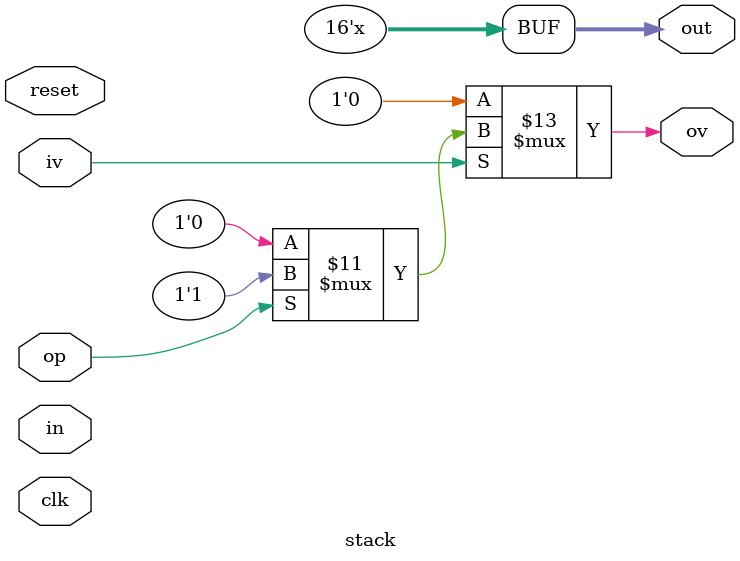
<source format=v>
`timescale 1ns / 1ps

module stack(clk, op, in, out, reset, iv, ov);

    input   [15:0] in;
    input   iv, reset, clk, op;
    output reg [15:0] out;
    output reg ov;

    reg [159:0] stack;
    
    // reset
    always @ (posedge reset) begin
        stack <= 0;
        $display(stack);
    end
    
    
    
    always @ (clk or op) begin
        
        // ov reset to 0        
        ov <= 0;    
        
        
        if (iv) begin // iv
        
            case (op)
            
                0   : begin                     // push
                    $display("push %d", in);
                    stack <= { stack[143:0], in };
                end
                
                1   : begin                     // pop
                    ov <= 1;
                    out <= stack[15:0];
                    $display("pop %d", out);
                    stack <= { 0, stack[159:16] };
                end
                
            endcase
        end
    end
    
   
endmodule

</source>
